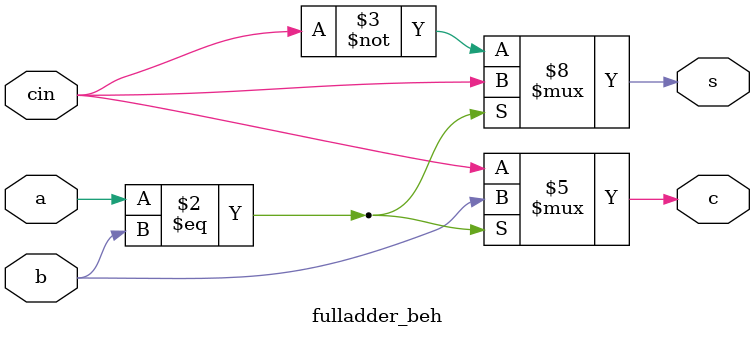
<source format=v>
module fulladder_beh(s,c,a,b,cin);
input a,b,cin;
output s,c;
reg s,c;
always@(a,b,cin)

begin
if (a==b)
begin
s=cin;
c=b;
end
else
begin
s=~cin;
c=cin;
end
end
endmodule


</source>
